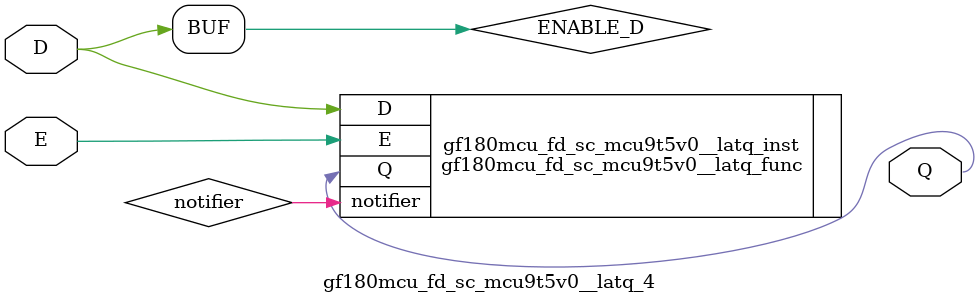
<source format=v>

`ifndef GF180MCU_FD_SC_MCU9T5V0__LATQ_4_V
`define GF180MCU_FD_SC_MCU9T5V0__LATQ_4_V

`include gf180mcu_fd_sc_mcu9t5v0__latq.v

`ifdef USE_POWER_PINS
module gf180mcu_fd_sc_mcu9t5v0__latq_4( E, D, Q, VDD, VSS );
inout VDD, VSS;
`else // If not USE_POWER_PINS
module gf180mcu_fd_sc_mcu9t5v0__latq_4( E, D, Q );
`endif // If not USE_POWER_PINS
input D, E;
output Q;

`ifdef USE_POWER_PINS
  gf180mcu_fd_sc_mcu9t5v0__latq_func gf180mcu_fd_sc_mcu9t5v0__latq_inst(.E(E),.D(D),.Q(Q),.VDD(VDD),.VSS(VSS),.notifier(notifier));
`else // If not USE_POWER_PINS
  gf180mcu_fd_sc_mcu9t5v0__latq_func gf180mcu_fd_sc_mcu9t5v0__latq_inst(.E(E),.D(D),.Q(Q),.notifier(notifier));
`endif // If not USE_POWER_PINS

`ifndef FUNCTIONAL
	// spec_gates_begin


	not MGM_G0(ENABLE_NOT_D,D);


	buf MGM_G1(ENABLE_D,D);


	// spec_gates_end



   specify

	// specify_block_begin

	// comb arc D --> Q
	 (D => Q) = (1.0,1.0);

	// seq arc E --> Q
	(posedge E => (Q : D))  = (1.0,1.0);

	// hold D-HL E-HL
	$hold(negedge E,negedge D,1.0,notifier);

	// hold D-LH E-HL
	$hold(negedge E,posedge D,1.0,notifier);

	// setup D-HL E-HL
	$setup(negedge D,negedge E,1.0,notifier);

	// setup D-LH E-HL
	$setup(posedge D,negedge E,1.0,notifier);

	$width(posedge E &&& (ENABLE_NOT_D === 1'b1)
		,1.0,0,notifier);

	$width(posedge E &&& (ENABLE_D === 1'b1)
		,1.0,0,notifier);

	// mpw E_lh
	$width(posedge E,1.0,0,notifier);

	// specify_block_end

   endspecify

   `endif

endmodule
`endif // GF180MCU_FD_SC_MCU9T5V0__LATQ_4_V

</source>
